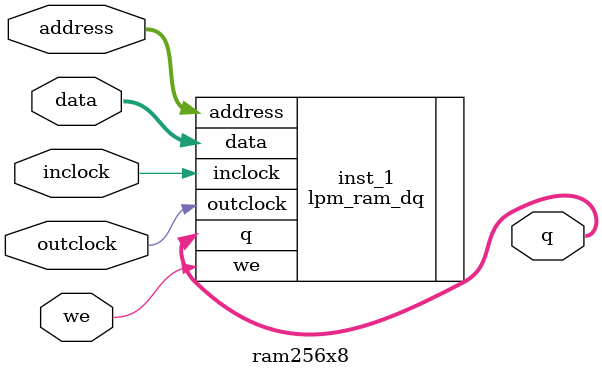
<source format=v>

module ram256x8 ( data, address, we, inclock, outclock, q);

   input [7:0]data;
   input [7:0]address;
   input we, inclock, outclock;
   output [7:0]q;

   lpm_ram_dq inst_1 (.q (q), .data(data), .address(address), 
                      .we(we), .inclock(inclock), .outclock(outclock));
       defparam inst_1.lpm_width = 8;
       defparam inst_1.lpm_widthad = 8;

endmodule


</source>
